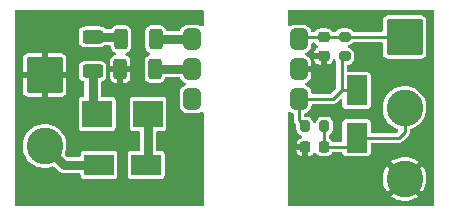
<source format=gtl>
%TF.GenerationSoftware,KiCad,Pcbnew,6.0.2-378541a8eb~116~ubuntu20.04.1*%
%TF.CreationDate,2022-02-17T13:36:36-05:00*%
%TF.ProjectId,TachAdapter,54616368-4164-4617-9074-65722e6b6963,rev?*%
%TF.SameCoordinates,Original*%
%TF.FileFunction,Copper,L1,Top*%
%TF.FilePolarity,Positive*%
%FSLAX46Y46*%
G04 Gerber Fmt 4.6, Leading zero omitted, Abs format (unit mm)*
G04 Created by KiCad (PCBNEW 6.0.2-378541a8eb~116~ubuntu20.04.1) date 2022-02-17 13:36:36*
%MOMM*%
%LPD*%
G01*
G04 APERTURE LIST*
G04 Aperture macros list*
%AMRoundRect*
0 Rectangle with rounded corners*
0 $1 Rounding radius*
0 $2 $3 $4 $5 $6 $7 $8 $9 X,Y pos of 4 corners*
0 Add a 4 corners polygon primitive as box body*
4,1,4,$2,$3,$4,$5,$6,$7,$8,$9,$2,$3,0*
0 Add four circle primitives for the rounded corners*
1,1,$1+$1,$2,$3*
1,1,$1+$1,$4,$5*
1,1,$1+$1,$6,$7*
1,1,$1+$1,$8,$9*
0 Add four rect primitives between the rounded corners*
20,1,$1+$1,$2,$3,$4,$5,0*
20,1,$1+$1,$4,$5,$6,$7,0*
20,1,$1+$1,$6,$7,$8,$9,0*
20,1,$1+$1,$8,$9,$2,$3,0*%
G04 Aperture macros list end*
%TA.AperFunction,ComponentPad*%
%ADD10RoundRect,0.249999X-1.300001X1.300001X-1.300001X-1.300001X1.300001X-1.300001X1.300001X1.300001X0*%
%TD*%
%TA.AperFunction,ComponentPad*%
%ADD11C,3.100000*%
%TD*%
%TA.AperFunction,SMDPad,CuDef*%
%ADD12RoundRect,0.381250X-0.381250X-0.508750X0.381250X-0.508750X0.381250X0.508750X-0.381250X0.508750X0*%
%TD*%
%TA.AperFunction,SMDPad,CuDef*%
%ADD13R,2.500000X2.300000*%
%TD*%
%TA.AperFunction,SMDPad,CuDef*%
%ADD14RoundRect,0.225000X0.225000X0.250000X-0.225000X0.250000X-0.225000X-0.250000X0.225000X-0.250000X0*%
%TD*%
%TA.AperFunction,SMDPad,CuDef*%
%ADD15RoundRect,0.250000X-0.312500X-0.625000X0.312500X-0.625000X0.312500X0.625000X-0.312500X0.625000X0*%
%TD*%
%TA.AperFunction,SMDPad,CuDef*%
%ADD16RoundRect,0.200000X-0.200000X-0.275000X0.200000X-0.275000X0.200000X0.275000X-0.200000X0.275000X0*%
%TD*%
%TA.AperFunction,SMDPad,CuDef*%
%ADD17RoundRect,0.200000X-0.275000X0.200000X-0.275000X-0.200000X0.275000X-0.200000X0.275000X0.200000X0*%
%TD*%
%TA.AperFunction,SMDPad,CuDef*%
%ADD18R,1.800000X2.500000*%
%TD*%
%TA.AperFunction,SMDPad,CuDef*%
%ADD19RoundRect,0.250000X0.625000X-0.312500X0.625000X0.312500X-0.625000X0.312500X-0.625000X-0.312500X0*%
%TD*%
%TA.AperFunction,SMDPad,CuDef*%
%ADD20R,2.500000X1.800000*%
%TD*%
%TA.AperFunction,SMDPad,CuDef*%
%ADD21RoundRect,0.225000X-0.250000X0.225000X-0.250000X-0.225000X0.250000X-0.225000X0.250000X0.225000X0*%
%TD*%
%TA.AperFunction,ViaPad*%
%ADD22C,0.800000*%
%TD*%
%TA.AperFunction,Conductor*%
%ADD23C,0.250000*%
%TD*%
%TA.AperFunction,Conductor*%
%ADD24C,0.750000*%
%TD*%
G04 APERTURE END LIST*
D10*
%TO.P,J2,1,Pin_1*%
%TO.N,VCC*%
X168402000Y-101442000D03*
D11*
%TO.P,J2,2,Pin_2*%
%TO.N,Net-(C2-Pad1)*%
X168402000Y-107442000D03*
%TO.P,J2,3,Pin_3*%
%TO.N,GND*%
X168402000Y-113442000D03*
%TD*%
%TO.P,J1,2,Pin_2*%
%TO.N,Net-(D1-Pad2)*%
X137922000Y-110648000D03*
D10*
%TO.P,J1,1,Pin_1*%
%TO.N,GNDPWR*%
X137922000Y-104648000D03*
%TD*%
D12*
%TO.P,U1,1*%
%TO.N,Net-(R2-Pad2)*%
X150432500Y-101600000D03*
%TO.P,U1,2*%
%TO.N,Net-(R3-Pad2)*%
X150432500Y-104140000D03*
%TO.P,U1,3*%
%TO.N,unconnected-(U1-Pad3)*%
X150432500Y-106680000D03*
%TO.P,U1,4*%
%TO.N,Net-(D3-Pad2)*%
X159447500Y-106680000D03*
%TO.P,U1,5*%
%TO.N,GND*%
X159447500Y-104140000D03*
%TO.P,U1,6*%
%TO.N,VCC*%
X159447500Y-101600000D03*
%TD*%
D13*
%TO.P,D2,1,K*%
%TO.N,Net-(D1-Pad1)*%
X146676000Y-107950000D03*
%TO.P,D2,2,A*%
%TO.N,Net-(D2-Pad2)*%
X142376000Y-107950000D03*
%TD*%
D14*
%TO.P,C2,1*%
%TO.N,Net-(C2-Pad1)*%
X161557000Y-110744000D03*
%TO.P,C2,2*%
%TO.N,GND*%
X160007000Y-110744000D03*
%TD*%
D15*
%TO.P,R2,1*%
%TO.N,Net-(R1-Pad2)*%
X144395000Y-101600000D03*
%TO.P,R2,2*%
%TO.N,Net-(R2-Pad2)*%
X147320000Y-101600000D03*
%TD*%
D16*
%TO.P,R5,2*%
%TO.N,Net-(C2-Pad1)*%
X161607000Y-108966000D03*
%TO.P,R5,1*%
%TO.N,Net-(D3-Pad2)*%
X159957000Y-108966000D03*
%TD*%
D17*
%TO.P,R4,1*%
%TO.N,VCC*%
X163322000Y-101410000D03*
%TO.P,R4,2*%
%TO.N,Net-(D3-Pad2)*%
X163322000Y-103060000D03*
%TD*%
D18*
%TO.P,D3,1,K*%
%TO.N,Net-(C2-Pad1)*%
X164338000Y-109950000D03*
%TO.P,D3,2,A*%
%TO.N,Net-(D3-Pad2)*%
X164338000Y-105950000D03*
%TD*%
D19*
%TO.P,R1,1*%
%TO.N,Net-(D2-Pad2)*%
X141986000Y-104332500D03*
%TO.P,R1,2*%
%TO.N,Net-(R1-Pad2)*%
X141986000Y-101407500D03*
%TD*%
D15*
%TO.P,R3,1*%
%TO.N,GNDPWR*%
X144333500Y-104140000D03*
%TO.P,R3,2*%
%TO.N,Net-(R3-Pad2)*%
X147258500Y-104140000D03*
%TD*%
D20*
%TO.P,D1,1,K*%
%TO.N,Net-(D1-Pad1)*%
X146526000Y-112268000D03*
%TO.P,D1,2,A*%
%TO.N,Net-(D1-Pad2)*%
X142526000Y-112268000D03*
%TD*%
D21*
%TO.P,C1,2*%
%TO.N,GND*%
X161544000Y-103010000D03*
%TO.P,C1,1*%
%TO.N,VCC*%
X161544000Y-101460000D03*
%TD*%
D22*
%TO.N,GNDPWR*%
X145288000Y-105918000D03*
X144272000Y-105918000D03*
X143256000Y-105918000D03*
%TO.N,GND*%
X161544000Y-104394000D03*
X161544000Y-105664000D03*
%TD*%
D23*
%TO.N,VCC*%
X163322000Y-101410000D02*
X168370000Y-101410000D01*
X168370000Y-101410000D02*
X168402000Y-101442000D01*
X161544000Y-101460000D02*
X159587500Y-101460000D01*
X159587500Y-101460000D02*
X159447500Y-101600000D01*
X163322000Y-101410000D02*
X161594000Y-101410000D01*
X161594000Y-101410000D02*
X161544000Y-101460000D01*
D24*
%TO.N,Net-(R1-Pad2)*%
X141986000Y-101407500D02*
X144202500Y-101407500D01*
D23*
X144202500Y-101407500D02*
X144395000Y-101600000D01*
D24*
%TO.N,Net-(D2-Pad2)*%
X141986000Y-104332500D02*
X141986000Y-107560000D01*
D23*
X141986000Y-107560000D02*
X142376000Y-107950000D01*
D24*
%TO.N,Net-(D1-Pad1)*%
X146676000Y-107950000D02*
X146676000Y-112118000D01*
D23*
X146676000Y-112118000D02*
X146526000Y-112268000D01*
D24*
%TO.N,Net-(D1-Pad2)*%
X137922000Y-110648000D02*
X139542000Y-112268000D01*
X139542000Y-112268000D02*
X142526000Y-112268000D01*
D23*
%TO.N,Net-(C2-Pad1)*%
X164338000Y-109950000D02*
X167926000Y-109950000D01*
X167926000Y-109950000D02*
X168402000Y-109474000D01*
X168402000Y-109474000D02*
X168402000Y-107442000D01*
%TO.N,Net-(D3-Pad2)*%
X163068000Y-105918000D02*
X163068000Y-103314000D01*
X163068000Y-103314000D02*
X163322000Y-103060000D01*
X162306000Y-106680000D02*
X163068000Y-105918000D01*
X159447500Y-106680000D02*
X162306000Y-106680000D01*
X163068000Y-105918000D02*
X163100000Y-105950000D01*
X163100000Y-105950000D02*
X164338000Y-105950000D01*
%TO.N,Net-(C2-Pad1)*%
X161557000Y-110744000D02*
X163544000Y-110744000D01*
X163544000Y-110744000D02*
X164338000Y-109950000D01*
X161607000Y-108966000D02*
X161607000Y-110694000D01*
X161607000Y-110694000D02*
X161557000Y-110744000D01*
%TO.N,Net-(D3-Pad2)*%
X159447500Y-106680000D02*
X159447500Y-108456500D01*
X159447500Y-108456500D02*
X159957000Y-108966000D01*
D24*
%TO.N,Net-(R2-Pad2)*%
X150432500Y-101600000D02*
X147320000Y-101600000D01*
%TO.N,Net-(R3-Pad2)*%
X150432500Y-104140000D02*
X147320000Y-104140000D01*
%TD*%
%TA.AperFunction,Conductor*%
%TO.N,GNDPWR*%
G36*
X151326121Y-99130802D02*
G01*
X151372614Y-99184458D01*
X151384000Y-99236800D01*
X151384000Y-100410313D01*
X151363998Y-100478434D01*
X151310342Y-100524927D01*
X151240068Y-100535031D01*
X151192729Y-100518089D01*
X151098350Y-100460931D01*
X151091103Y-100458660D01*
X151091101Y-100458659D01*
X151026804Y-100438510D01*
X150939783Y-100411239D01*
X150868621Y-100404700D01*
X150865723Y-100404700D01*
X150431369Y-100404701D01*
X149996380Y-100404701D01*
X149993521Y-100404964D01*
X149993514Y-100404964D01*
X149967306Y-100407372D01*
X149925217Y-100411239D01*
X149844537Y-100436523D01*
X149773899Y-100458659D01*
X149773897Y-100458660D01*
X149766650Y-100460931D01*
X149624513Y-100547012D01*
X149507012Y-100664513D01*
X149420931Y-100806650D01*
X149414294Y-100827830D01*
X149413181Y-100831381D01*
X149373722Y-100890402D01*
X149308618Y-100918722D01*
X149292947Y-100919700D01*
X148293512Y-100919700D01*
X148225391Y-100899698D01*
X148176360Y-100840083D01*
X148173860Y-100833767D01*
X148120834Y-100699838D01*
X148028848Y-100578652D01*
X147981978Y-100543075D01*
X147914510Y-100491864D01*
X147907662Y-100486666D01*
X147836924Y-100458659D01*
X147773733Y-100433640D01*
X147773731Y-100433639D01*
X147766203Y-100430659D01*
X147675644Y-100419700D01*
X146964356Y-100419700D01*
X146873797Y-100430659D01*
X146866269Y-100433639D01*
X146866267Y-100433640D01*
X146803076Y-100458659D01*
X146732338Y-100486666D01*
X146725490Y-100491864D01*
X146658023Y-100543075D01*
X146611152Y-100578652D01*
X146519166Y-100699838D01*
X146516002Y-100707830D01*
X146474008Y-100813896D01*
X146463159Y-100841297D01*
X146452200Y-100931856D01*
X146452200Y-102268144D01*
X146463159Y-102358703D01*
X146466139Y-102366231D01*
X146466140Y-102366233D01*
X146479449Y-102399847D01*
X146519166Y-102500162D01*
X146611152Y-102621348D01*
X146617992Y-102626540D01*
X146666990Y-102663732D01*
X146732338Y-102713334D01*
X146801391Y-102740674D01*
X146857364Y-102784347D01*
X146880840Y-102851349D01*
X146864366Y-102920408D01*
X146813170Y-102969597D01*
X146801392Y-102974977D01*
X146670838Y-103026666D01*
X146663990Y-103031864D01*
X146596523Y-103083075D01*
X146549652Y-103118652D01*
X146457666Y-103239838D01*
X146454502Y-103247830D01*
X146412508Y-103353896D01*
X146401659Y-103381297D01*
X146390700Y-103471856D01*
X146390700Y-104808144D01*
X146401659Y-104898703D01*
X146404639Y-104906231D01*
X146404640Y-104906233D01*
X146417949Y-104939847D01*
X146457666Y-105040162D01*
X146549652Y-105161348D01*
X146556492Y-105166540D01*
X146599031Y-105198829D01*
X146670838Y-105253334D01*
X146725899Y-105275134D01*
X146804767Y-105306360D01*
X146804769Y-105306361D01*
X146812297Y-105309341D01*
X146902856Y-105320300D01*
X147614144Y-105320300D01*
X147704703Y-105309341D01*
X147712231Y-105306361D01*
X147712233Y-105306360D01*
X147791101Y-105275134D01*
X147846162Y-105253334D01*
X147917969Y-105198829D01*
X147960508Y-105166540D01*
X147967348Y-105161348D01*
X148059334Y-105040162D01*
X148114861Y-104899916D01*
X148158534Y-104843943D01*
X148232012Y-104820300D01*
X149292947Y-104820300D01*
X149361068Y-104840302D01*
X149407561Y-104893958D01*
X149413179Y-104908615D01*
X149420931Y-104933350D01*
X149507012Y-105075487D01*
X149624513Y-105192988D01*
X149766650Y-105279069D01*
X149773897Y-105281340D01*
X149773899Y-105281341D01*
X149800784Y-105289766D01*
X149859806Y-105329224D01*
X149888126Y-105394327D01*
X149876753Y-105464407D01*
X149829297Y-105517213D01*
X149800784Y-105530234D01*
X149773899Y-105538659D01*
X149773897Y-105538660D01*
X149766650Y-105540931D01*
X149624513Y-105627012D01*
X149507012Y-105744513D01*
X149420931Y-105886650D01*
X149371239Y-106045217D01*
X149364700Y-106116379D01*
X149364701Y-107243620D01*
X149371239Y-107314783D01*
X149420931Y-107473350D01*
X149507012Y-107615487D01*
X149624513Y-107732988D01*
X149766650Y-107819069D01*
X149773897Y-107821340D01*
X149773899Y-107821341D01*
X149838196Y-107841490D01*
X149925217Y-107868761D01*
X149996379Y-107875300D01*
X149999277Y-107875300D01*
X150433631Y-107875299D01*
X150868620Y-107875299D01*
X150871479Y-107875036D01*
X150871486Y-107875036D01*
X150897694Y-107872628D01*
X150939783Y-107868761D01*
X151020463Y-107843477D01*
X151091101Y-107821341D01*
X151091103Y-107821340D01*
X151098350Y-107819069D01*
X151192730Y-107761911D01*
X151261358Y-107743732D01*
X151328922Y-107765542D01*
X151373968Y-107820418D01*
X151384000Y-107869687D01*
X151384000Y-115647200D01*
X151363998Y-115715321D01*
X151310342Y-115761814D01*
X151258000Y-115773200D01*
X135558800Y-115773200D01*
X135490679Y-115753198D01*
X135444186Y-115699542D01*
X135432800Y-115647200D01*
X135432800Y-110589575D01*
X136062879Y-110589575D01*
X136073194Y-110852110D01*
X136120398Y-111110573D01*
X136203548Y-111359806D01*
X136205540Y-111363793D01*
X136205541Y-111363795D01*
X136311731Y-111576314D01*
X136320986Y-111594837D01*
X136470369Y-111810976D01*
X136648716Y-112003910D01*
X136652170Y-112006722D01*
X136849011Y-112166976D01*
X136849015Y-112166979D01*
X136852468Y-112169790D01*
X137077560Y-112305307D01*
X137184577Y-112350623D01*
X137315403Y-112406021D01*
X137315406Y-112406022D01*
X137319501Y-112407756D01*
X137323793Y-112408894D01*
X137323796Y-112408895D01*
X137425142Y-112435766D01*
X137573463Y-112475093D01*
X137577887Y-112475617D01*
X137577889Y-112475617D01*
X137729431Y-112493553D01*
X137834380Y-112505974D01*
X138097045Y-112499784D01*
X138101443Y-112499052D01*
X138351827Y-112457377D01*
X138351831Y-112457376D01*
X138356217Y-112456646D01*
X138360458Y-112455305D01*
X138360461Y-112455304D01*
X138516293Y-112406021D01*
X138596513Y-112380651D01*
X138667494Y-112379181D01*
X138723601Y-112411691D01*
X139041193Y-112729283D01*
X139047047Y-112735549D01*
X139078452Y-112771550D01*
X139078455Y-112771553D01*
X139083447Y-112777275D01*
X139089661Y-112781642D01*
X139133543Y-112812483D01*
X139138838Y-112816416D01*
X139186998Y-112854178D01*
X139193919Y-112857303D01*
X139198514Y-112860086D01*
X139207228Y-112865056D01*
X139211942Y-112867584D01*
X139218162Y-112871955D01*
X139225242Y-112874715D01*
X139225245Y-112874717D01*
X139275199Y-112894193D01*
X139281270Y-112896744D01*
X139308104Y-112908860D01*
X139330144Y-112918812D01*
X139330146Y-112918813D01*
X139337068Y-112921938D01*
X139344538Y-112923322D01*
X139349668Y-112924930D01*
X139359307Y-112927676D01*
X139364502Y-112929010D01*
X139371574Y-112931767D01*
X139432268Y-112939758D01*
X139438771Y-112940788D01*
X139498970Y-112951945D01*
X139506550Y-112951508D01*
X139506552Y-112951508D01*
X139558557Y-112948509D01*
X139565811Y-112948300D01*
X140844700Y-112948300D01*
X140912821Y-112968302D01*
X140959314Y-113021958D01*
X140970700Y-113074300D01*
X140970700Y-113213358D01*
X140971996Y-113224252D01*
X140972685Y-113230040D01*
X140973867Y-113239978D01*
X141020036Y-113343919D01*
X141060186Y-113383998D01*
X141092295Y-113416052D01*
X141092297Y-113416053D01*
X141100528Y-113424270D01*
X141204549Y-113470258D01*
X141230642Y-113473300D01*
X143821358Y-113473300D01*
X143832252Y-113472004D01*
X143838593Y-113471250D01*
X143838596Y-113471249D01*
X143847978Y-113470133D01*
X143951919Y-113423964D01*
X143991998Y-113383814D01*
X144024052Y-113351705D01*
X144024053Y-113351703D01*
X144032270Y-113343472D01*
X144078258Y-113239451D01*
X144081300Y-113213358D01*
X144970700Y-113213358D01*
X144971996Y-113224252D01*
X144972685Y-113230040D01*
X144973867Y-113239978D01*
X145020036Y-113343919D01*
X145060186Y-113383998D01*
X145092295Y-113416052D01*
X145092297Y-113416053D01*
X145100528Y-113424270D01*
X145204549Y-113470258D01*
X145230642Y-113473300D01*
X147821358Y-113473300D01*
X147832252Y-113472004D01*
X147838593Y-113471250D01*
X147838596Y-113471249D01*
X147847978Y-113470133D01*
X147951919Y-113423964D01*
X147991998Y-113383814D01*
X148024052Y-113351705D01*
X148024053Y-113351703D01*
X148032270Y-113343472D01*
X148078258Y-113239451D01*
X148081300Y-113213358D01*
X148081300Y-111322642D01*
X148080004Y-111311748D01*
X148079250Y-111305407D01*
X148079249Y-111305404D01*
X148078133Y-111296022D01*
X148031964Y-111192081D01*
X147991814Y-111152002D01*
X147959705Y-111119948D01*
X147959703Y-111119947D01*
X147951472Y-111111730D01*
X147847451Y-111065742D01*
X147821358Y-111062700D01*
X147482300Y-111062700D01*
X147414179Y-111042698D01*
X147367686Y-110989042D01*
X147356300Y-110936700D01*
X147356300Y-109531300D01*
X147376302Y-109463179D01*
X147429958Y-109416686D01*
X147482300Y-109405300D01*
X147971358Y-109405300D01*
X147982252Y-109404004D01*
X147988593Y-109403250D01*
X147988596Y-109403249D01*
X147997978Y-109402133D01*
X148101919Y-109355964D01*
X148141998Y-109315814D01*
X148174052Y-109283705D01*
X148174053Y-109283703D01*
X148182270Y-109275472D01*
X148228258Y-109171451D01*
X148231300Y-109145358D01*
X148231300Y-106754642D01*
X148230004Y-106743748D01*
X148229250Y-106737407D01*
X148229249Y-106737404D01*
X148228133Y-106728022D01*
X148181964Y-106624081D01*
X148141814Y-106584002D01*
X148109705Y-106551948D01*
X148109703Y-106551947D01*
X148101472Y-106543730D01*
X147997451Y-106497742D01*
X147971358Y-106494700D01*
X145380642Y-106494700D01*
X145369748Y-106495996D01*
X145363407Y-106496750D01*
X145363404Y-106496751D01*
X145354022Y-106497867D01*
X145250081Y-106544036D01*
X145210002Y-106584186D01*
X145177948Y-106616295D01*
X145177947Y-106616297D01*
X145169730Y-106624528D01*
X145123742Y-106728549D01*
X145120700Y-106754642D01*
X145120700Y-109145358D01*
X145121996Y-109156252D01*
X145122685Y-109162040D01*
X145123867Y-109171978D01*
X145170036Y-109275919D01*
X145210186Y-109315998D01*
X145242295Y-109348052D01*
X145242297Y-109348053D01*
X145250528Y-109356270D01*
X145354549Y-109402258D01*
X145380642Y-109405300D01*
X145869700Y-109405300D01*
X145937821Y-109425302D01*
X145984314Y-109478958D01*
X145995700Y-109531300D01*
X145995700Y-110936700D01*
X145975698Y-111004821D01*
X145922042Y-111051314D01*
X145869700Y-111062700D01*
X145230642Y-111062700D01*
X145219748Y-111063996D01*
X145213407Y-111064750D01*
X145213404Y-111064751D01*
X145204022Y-111065867D01*
X145134581Y-111096712D01*
X145113238Y-111106192D01*
X145100081Y-111112036D01*
X145060002Y-111152186D01*
X145027948Y-111184295D01*
X145027947Y-111184297D01*
X145019730Y-111192528D01*
X144973742Y-111296549D01*
X144970700Y-111322642D01*
X144970700Y-113213358D01*
X144081300Y-113213358D01*
X144081300Y-111322642D01*
X144080004Y-111311748D01*
X144079250Y-111305407D01*
X144079249Y-111305404D01*
X144078133Y-111296022D01*
X144031964Y-111192081D01*
X143991814Y-111152002D01*
X143959705Y-111119948D01*
X143959703Y-111119947D01*
X143951472Y-111111730D01*
X143847451Y-111065742D01*
X143821358Y-111062700D01*
X141230642Y-111062700D01*
X141219748Y-111063996D01*
X141213407Y-111064750D01*
X141213404Y-111064751D01*
X141204022Y-111065867D01*
X141134581Y-111096712D01*
X141113238Y-111106192D01*
X141100081Y-111112036D01*
X141060002Y-111152186D01*
X141027948Y-111184295D01*
X141027947Y-111184297D01*
X141019730Y-111192528D01*
X140973742Y-111296549D01*
X140970700Y-111322642D01*
X140970700Y-111461700D01*
X140950698Y-111529821D01*
X140897042Y-111576314D01*
X140844700Y-111587700D01*
X139875980Y-111587700D01*
X139807859Y-111567698D01*
X139786885Y-111550795D01*
X139684725Y-111448635D01*
X139650699Y-111386323D01*
X139655764Y-111315508D01*
X139658580Y-111308592D01*
X139670275Y-111282139D01*
X139670278Y-111282131D01*
X139672075Y-111278066D01*
X139743393Y-111025192D01*
X139766641Y-110852110D01*
X139777942Y-110767974D01*
X139777942Y-110767969D01*
X139778369Y-110764793D01*
X139782039Y-110648000D01*
X139763483Y-110385918D01*
X139708184Y-110129066D01*
X139617246Y-109882567D01*
X139492483Y-109651341D01*
X139336385Y-109440001D01*
X139313434Y-109416686D01*
X139174420Y-109275472D01*
X139152066Y-109252764D01*
X138943204Y-109093366D01*
X138713966Y-108964986D01*
X138468926Y-108870188D01*
X138464601Y-108869185D01*
X138464596Y-108869184D01*
X138362192Y-108845448D01*
X138212974Y-108810861D01*
X137951216Y-108788190D01*
X137946781Y-108788434D01*
X137946777Y-108788434D01*
X137839613Y-108794332D01*
X137688875Y-108802628D01*
X137431186Y-108853886D01*
X137266504Y-108911718D01*
X137187497Y-108939463D01*
X137187494Y-108939464D01*
X137183289Y-108940941D01*
X137179336Y-108942994D01*
X137179330Y-108942997D01*
X137137000Y-108964986D01*
X136950132Y-109062056D01*
X136946517Y-109064639D01*
X136946511Y-109064643D01*
X136843446Y-109138295D01*
X136736367Y-109214815D01*
X136733140Y-109217893D01*
X136733138Y-109217895D01*
X136583452Y-109360688D01*
X136546257Y-109396170D01*
X136383598Y-109602503D01*
X136355231Y-109651341D01*
X136253868Y-109825849D01*
X136253865Y-109825855D01*
X136251634Y-109829696D01*
X136152998Y-110073216D01*
X136151927Y-110077529D01*
X136151925Y-110077534D01*
X136090731Y-110323884D01*
X136089658Y-110328205D01*
X136062879Y-110589575D01*
X135432800Y-110589575D01*
X135432800Y-105987315D01*
X136067200Y-105987315D01*
X136067656Y-105994870D01*
X136077176Y-106073544D01*
X136081129Y-106089109D01*
X136130946Y-106214932D01*
X136139296Y-106229751D01*
X136220821Y-106337156D01*
X136232844Y-106349179D01*
X136340249Y-106430704D01*
X136355068Y-106439054D01*
X136480891Y-106488871D01*
X136496456Y-106492824D01*
X136575130Y-106502344D01*
X136582685Y-106502800D01*
X137649885Y-106502800D01*
X137665124Y-106498325D01*
X137666329Y-106496935D01*
X137668000Y-106489252D01*
X137668000Y-106484685D01*
X138176000Y-106484685D01*
X138180475Y-106499924D01*
X138181865Y-106501129D01*
X138189548Y-106502800D01*
X139261315Y-106502800D01*
X139268870Y-106502344D01*
X139347544Y-106492824D01*
X139363109Y-106488871D01*
X139488932Y-106439054D01*
X139503751Y-106430704D01*
X139611156Y-106349179D01*
X139623179Y-106337156D01*
X139704704Y-106229751D01*
X139713054Y-106214932D01*
X139762871Y-106089109D01*
X139766824Y-106073544D01*
X139776344Y-105994870D01*
X139776800Y-105987315D01*
X139776800Y-104920115D01*
X139772325Y-104904876D01*
X139770935Y-104903671D01*
X139763252Y-104902000D01*
X138194115Y-104902000D01*
X138178876Y-104906475D01*
X138177671Y-104907865D01*
X138176000Y-104915548D01*
X138176000Y-106484685D01*
X137668000Y-106484685D01*
X137668000Y-104920115D01*
X137663525Y-104904876D01*
X137662135Y-104903671D01*
X137654452Y-104902000D01*
X136085315Y-104902000D01*
X136070076Y-104906475D01*
X136068871Y-104907865D01*
X136067200Y-104915548D01*
X136067200Y-105987315D01*
X135432800Y-105987315D01*
X135432800Y-104688144D01*
X140805700Y-104688144D01*
X140816659Y-104778703D01*
X140819639Y-104786231D01*
X140819640Y-104786233D01*
X140842489Y-104843943D01*
X140872666Y-104920162D01*
X140964652Y-105041348D01*
X141085838Y-105133334D01*
X141226084Y-105188861D01*
X141282057Y-105232534D01*
X141305700Y-105306012D01*
X141305700Y-106368700D01*
X141285698Y-106436821D01*
X141232042Y-106483314D01*
X141179700Y-106494700D01*
X141080642Y-106494700D01*
X141069748Y-106495996D01*
X141063407Y-106496750D01*
X141063404Y-106496751D01*
X141054022Y-106497867D01*
X140950081Y-106544036D01*
X140910002Y-106584186D01*
X140877948Y-106616295D01*
X140877947Y-106616297D01*
X140869730Y-106624528D01*
X140823742Y-106728549D01*
X140820700Y-106754642D01*
X140820700Y-109145358D01*
X140821996Y-109156252D01*
X140822685Y-109162040D01*
X140823867Y-109171978D01*
X140870036Y-109275919D01*
X140910186Y-109315998D01*
X140942295Y-109348052D01*
X140942297Y-109348053D01*
X140950528Y-109356270D01*
X141054549Y-109402258D01*
X141080642Y-109405300D01*
X143671358Y-109405300D01*
X143682252Y-109404004D01*
X143688593Y-109403250D01*
X143688596Y-109403249D01*
X143697978Y-109402133D01*
X143801919Y-109355964D01*
X143841998Y-109315814D01*
X143874052Y-109283705D01*
X143874053Y-109283703D01*
X143882270Y-109275472D01*
X143928258Y-109171451D01*
X143931300Y-109145358D01*
X143931300Y-106754642D01*
X143930004Y-106743748D01*
X143929250Y-106737407D01*
X143929249Y-106737404D01*
X143928133Y-106728022D01*
X143881964Y-106624081D01*
X143841814Y-106584002D01*
X143809705Y-106551948D01*
X143809703Y-106551947D01*
X143801472Y-106543730D01*
X143697451Y-106497742D01*
X143671358Y-106494700D01*
X142792300Y-106494700D01*
X142724179Y-106474698D01*
X142677686Y-106421042D01*
X142666300Y-106368700D01*
X142666300Y-105306012D01*
X142686302Y-105237891D01*
X142745916Y-105188861D01*
X142886162Y-105133334D01*
X143007348Y-105041348D01*
X143099334Y-104920162D01*
X143129511Y-104843943D01*
X143145201Y-104804315D01*
X143466200Y-104804315D01*
X143466656Y-104811870D01*
X143476176Y-104890544D01*
X143480129Y-104906109D01*
X143529946Y-105031932D01*
X143538296Y-105046751D01*
X143619821Y-105154156D01*
X143631844Y-105166179D01*
X143739249Y-105247704D01*
X143754068Y-105256054D01*
X143879891Y-105305871D01*
X143895456Y-105309824D01*
X143974130Y-105319344D01*
X143981685Y-105319800D01*
X144061385Y-105319800D01*
X144076624Y-105315325D01*
X144077829Y-105313935D01*
X144079500Y-105306252D01*
X144079500Y-105301685D01*
X144587500Y-105301685D01*
X144591975Y-105316924D01*
X144593365Y-105318129D01*
X144601048Y-105319800D01*
X144685315Y-105319800D01*
X144692870Y-105319344D01*
X144771544Y-105309824D01*
X144787109Y-105305871D01*
X144912932Y-105256054D01*
X144927751Y-105247704D01*
X145035156Y-105166179D01*
X145047179Y-105154156D01*
X145128704Y-105046751D01*
X145137054Y-105031932D01*
X145186871Y-104906109D01*
X145190824Y-104890544D01*
X145200344Y-104811870D01*
X145200800Y-104804315D01*
X145200800Y-104412115D01*
X145196325Y-104396876D01*
X145194935Y-104395671D01*
X145187252Y-104394000D01*
X144605615Y-104394000D01*
X144590376Y-104398475D01*
X144589171Y-104399865D01*
X144587500Y-104407548D01*
X144587500Y-105301685D01*
X144079500Y-105301685D01*
X144079500Y-104412115D01*
X144075025Y-104396876D01*
X144073635Y-104395671D01*
X144065952Y-104394000D01*
X143484315Y-104394000D01*
X143469076Y-104398475D01*
X143467871Y-104399865D01*
X143466200Y-104407548D01*
X143466200Y-104804315D01*
X143145201Y-104804315D01*
X143152360Y-104786233D01*
X143152361Y-104786231D01*
X143155341Y-104778703D01*
X143166300Y-104688144D01*
X143166300Y-103976856D01*
X143155341Y-103886297D01*
X143149860Y-103872452D01*
X143102498Y-103752830D01*
X143099334Y-103744838D01*
X143007348Y-103623652D01*
X142886162Y-103531666D01*
X142819359Y-103505217D01*
X142752233Y-103478640D01*
X142752231Y-103478639D01*
X142744703Y-103475659D01*
X142654144Y-103464700D01*
X141317856Y-103464700D01*
X141227297Y-103475659D01*
X141219769Y-103478639D01*
X141219767Y-103478640D01*
X141152641Y-103505217D01*
X141085838Y-103531666D01*
X140964652Y-103623652D01*
X140872666Y-103744838D01*
X140869502Y-103752830D01*
X140822141Y-103872452D01*
X140816659Y-103886297D01*
X140805700Y-103976856D01*
X140805700Y-104688144D01*
X135432800Y-104688144D01*
X135432800Y-104375885D01*
X136067200Y-104375885D01*
X136071675Y-104391124D01*
X136073065Y-104392329D01*
X136080748Y-104394000D01*
X137649885Y-104394000D01*
X137665124Y-104389525D01*
X137666329Y-104388135D01*
X137668000Y-104380452D01*
X137668000Y-104375885D01*
X138176000Y-104375885D01*
X138180475Y-104391124D01*
X138181865Y-104392329D01*
X138189548Y-104394000D01*
X139758685Y-104394000D01*
X139773924Y-104389525D01*
X139775129Y-104388135D01*
X139776800Y-104380452D01*
X139776800Y-103308685D01*
X139776344Y-103301130D01*
X139766824Y-103222456D01*
X139762871Y-103206891D01*
X139713054Y-103081068D01*
X139704704Y-103066249D01*
X139623179Y-102958844D01*
X139611156Y-102946821D01*
X139503751Y-102865296D01*
X139488932Y-102856946D01*
X139363109Y-102807129D01*
X139347544Y-102803176D01*
X139268870Y-102793656D01*
X139261315Y-102793200D01*
X138194115Y-102793200D01*
X138178876Y-102797675D01*
X138177671Y-102799065D01*
X138176000Y-102806748D01*
X138176000Y-104375885D01*
X137668000Y-104375885D01*
X137668000Y-102811315D01*
X137663525Y-102796076D01*
X137662135Y-102794871D01*
X137654452Y-102793200D01*
X136582685Y-102793200D01*
X136575130Y-102793656D01*
X136496456Y-102803176D01*
X136480891Y-102807129D01*
X136355068Y-102856946D01*
X136340249Y-102865296D01*
X136232844Y-102946821D01*
X136220821Y-102958844D01*
X136139296Y-103066249D01*
X136130946Y-103081068D01*
X136081129Y-103206891D01*
X136077176Y-103222456D01*
X136067656Y-103301130D01*
X136067200Y-103308685D01*
X136067200Y-104375885D01*
X135432800Y-104375885D01*
X135432800Y-101763144D01*
X140805700Y-101763144D01*
X140816659Y-101853703D01*
X140872666Y-101995162D01*
X140964652Y-102116348D01*
X141085838Y-102208334D01*
X141099644Y-102213800D01*
X141219767Y-102261360D01*
X141219769Y-102261361D01*
X141227297Y-102264341D01*
X141317856Y-102275300D01*
X142654144Y-102275300D01*
X142744703Y-102264341D01*
X142752231Y-102261361D01*
X142752233Y-102261360D01*
X142872356Y-102213800D01*
X142886162Y-102208334D01*
X143007348Y-102116348D01*
X143008901Y-102118394D01*
X143059655Y-102090679D01*
X143086438Y-102087800D01*
X143401200Y-102087800D01*
X143469321Y-102107802D01*
X143515814Y-102161458D01*
X143527200Y-102213800D01*
X143527200Y-102268144D01*
X143538159Y-102358703D01*
X143541139Y-102366231D01*
X143541140Y-102366233D01*
X143554449Y-102399847D01*
X143594166Y-102500162D01*
X143686152Y-102621348D01*
X143692992Y-102626540D01*
X143741990Y-102663732D01*
X143807338Y-102713334D01*
X143877069Y-102740942D01*
X143933042Y-102784616D01*
X143956519Y-102851619D01*
X143940043Y-102920678D01*
X143888848Y-102969867D01*
X143877069Y-102975246D01*
X143754068Y-103023946D01*
X143739249Y-103032296D01*
X143631844Y-103113821D01*
X143619821Y-103125844D01*
X143538296Y-103233249D01*
X143529946Y-103248068D01*
X143480129Y-103373891D01*
X143476176Y-103389456D01*
X143466656Y-103468130D01*
X143466200Y-103475685D01*
X143466200Y-103867885D01*
X143470675Y-103883124D01*
X143472065Y-103884329D01*
X143479748Y-103886000D01*
X145182685Y-103886000D01*
X145197924Y-103881525D01*
X145199129Y-103880135D01*
X145200800Y-103872452D01*
X145200800Y-103475685D01*
X145200344Y-103468130D01*
X145190824Y-103389456D01*
X145186871Y-103373891D01*
X145137054Y-103248068D01*
X145128704Y-103233249D01*
X145047179Y-103125844D01*
X145035156Y-103113821D01*
X144927751Y-103032296D01*
X144912932Y-103023946D01*
X144851430Y-102999595D01*
X144795456Y-102955920D01*
X144771980Y-102888917D01*
X144788456Y-102819859D01*
X144839652Y-102770670D01*
X144851423Y-102765295D01*
X144982662Y-102713334D01*
X145048010Y-102663732D01*
X145097008Y-102626540D01*
X145103848Y-102621348D01*
X145195834Y-102500162D01*
X145235551Y-102399847D01*
X145248860Y-102366233D01*
X145248861Y-102366231D01*
X145251841Y-102358703D01*
X145262800Y-102268144D01*
X145262800Y-100931856D01*
X145251841Y-100841297D01*
X145240993Y-100813896D01*
X145198998Y-100707830D01*
X145195834Y-100699838D01*
X145103848Y-100578652D01*
X145056978Y-100543075D01*
X144989510Y-100491864D01*
X144982662Y-100486666D01*
X144911924Y-100458659D01*
X144848733Y-100433640D01*
X144848731Y-100433639D01*
X144841203Y-100430659D01*
X144750644Y-100419700D01*
X144039356Y-100419700D01*
X143948797Y-100430659D01*
X143941269Y-100433639D01*
X143941267Y-100433640D01*
X143878076Y-100458659D01*
X143807338Y-100486666D01*
X143800490Y-100491864D01*
X143733023Y-100543075D01*
X143686152Y-100578652D01*
X143611211Y-100677382D01*
X143554096Y-100719547D01*
X143510851Y-100727200D01*
X143086438Y-100727200D01*
X143018317Y-100707198D01*
X143007486Y-100698470D01*
X143007348Y-100698652D01*
X142893010Y-100611864D01*
X142886162Y-100606666D01*
X142815406Y-100578652D01*
X142752233Y-100553640D01*
X142752231Y-100553639D01*
X142744703Y-100550659D01*
X142654144Y-100539700D01*
X141317856Y-100539700D01*
X141227297Y-100550659D01*
X141219769Y-100553639D01*
X141219767Y-100553640D01*
X141156594Y-100578652D01*
X141085838Y-100606666D01*
X141078990Y-100611864D01*
X140992677Y-100677380D01*
X140964652Y-100698652D01*
X140872666Y-100819838D01*
X140869502Y-100827830D01*
X140841048Y-100899698D01*
X140816659Y-100961297D01*
X140805700Y-101051856D01*
X140805700Y-101763144D01*
X135432800Y-101763144D01*
X135432800Y-99236800D01*
X135452802Y-99168679D01*
X135506458Y-99122186D01*
X135558800Y-99110800D01*
X151258000Y-99110800D01*
X151326121Y-99130802D01*
G37*
%TD.AperFunction*%
%TD*%
%TA.AperFunction,Conductor*%
%TO.N,GND*%
G36*
X170833321Y-99130802D02*
G01*
X170879814Y-99184458D01*
X170891200Y-99236800D01*
X170891200Y-115647200D01*
X170871198Y-115715321D01*
X170817542Y-115761814D01*
X170765200Y-115773200D01*
X158622000Y-115773200D01*
X158553879Y-115753198D01*
X158507386Y-115699542D01*
X158496000Y-115647200D01*
X158496000Y-114921988D01*
X167287178Y-114921988D01*
X167294569Y-114932292D01*
X167329293Y-114960561D01*
X167336581Y-114965683D01*
X167553968Y-115096561D01*
X167561892Y-115100598D01*
X167795560Y-115199545D01*
X167803965Y-115202423D01*
X168049255Y-115267459D01*
X168057976Y-115269123D01*
X168309988Y-115298951D01*
X168318853Y-115299369D01*
X168572539Y-115293390D01*
X168581399Y-115292553D01*
X168831699Y-115250892D01*
X168840356Y-115248813D01*
X169082296Y-115172298D01*
X169090557Y-115169027D01*
X169319305Y-115059183D01*
X169327029Y-115054777D01*
X169508910Y-114933248D01*
X169517198Y-114923330D01*
X169509941Y-114909151D01*
X168414812Y-113814022D01*
X168400868Y-113806408D01*
X168399035Y-113806539D01*
X168392420Y-113810790D01*
X167294344Y-114908866D01*
X167287178Y-114921988D01*
X158496000Y-114921988D01*
X158496000Y-113388042D01*
X166543555Y-113388042D01*
X166553517Y-113641606D01*
X166554492Y-113650435D01*
X166600083Y-113900068D01*
X166602292Y-113908671D01*
X166682600Y-114149385D01*
X166686004Y-114157603D01*
X166799427Y-114384600D01*
X166803951Y-114392248D01*
X166911594Y-114547993D01*
X166921915Y-114556347D01*
X166935565Y-114549225D01*
X168029978Y-113454812D01*
X168036356Y-113443132D01*
X168766408Y-113443132D01*
X168766539Y-113444965D01*
X168770790Y-113451580D01*
X169869756Y-114550546D01*
X169883156Y-114557863D01*
X169893060Y-114550876D01*
X169903531Y-114538420D01*
X169908757Y-114531226D01*
X170043038Y-114315914D01*
X170047199Y-114308054D01*
X170149799Y-114075978D01*
X170152815Y-114067601D01*
X170221691Y-113823384D01*
X170223495Y-113814676D01*
X170257442Y-113561942D01*
X170257970Y-113555550D01*
X170261437Y-113445222D01*
X170261310Y-113438779D01*
X170243302Y-113184441D01*
X170242049Y-113175631D01*
X170188639Y-112927552D01*
X170186163Y-112919031D01*
X170098330Y-112680950D01*
X170094675Y-112672855D01*
X169974178Y-112449536D01*
X169969410Y-112442022D01*
X169891715Y-112336832D01*
X169880588Y-112328391D01*
X169867995Y-112335215D01*
X168774022Y-113429188D01*
X168766408Y-113443132D01*
X168036356Y-113443132D01*
X168037592Y-113440868D01*
X168037461Y-113439035D01*
X168033210Y-113432420D01*
X166935701Y-112334911D01*
X166922861Y-112327900D01*
X166912169Y-112335697D01*
X166866772Y-112393283D01*
X166861774Y-112400639D01*
X166734321Y-112620066D01*
X166730413Y-112628040D01*
X166635148Y-112863238D01*
X166632399Y-112871700D01*
X166571226Y-113117966D01*
X166569698Y-113126724D01*
X166543834Y-113379158D01*
X166543555Y-113388042D01*
X158496000Y-113388042D01*
X158496000Y-111962827D01*
X167288183Y-111962827D01*
X167295163Y-111975953D01*
X168389188Y-113069978D01*
X168403132Y-113077592D01*
X168404965Y-113077461D01*
X168411580Y-113073210D01*
X169508846Y-111975944D01*
X169515700Y-111963392D01*
X169507493Y-111952321D01*
X169426470Y-111890486D01*
X169419045Y-111885609D01*
X169197633Y-111761613D01*
X169189606Y-111757836D01*
X168952922Y-111666270D01*
X168944449Y-111663663D01*
X168697234Y-111606362D01*
X168688457Y-111604972D01*
X168435640Y-111583075D01*
X168426769Y-111582935D01*
X168173381Y-111596880D01*
X168164571Y-111597994D01*
X167915690Y-111647499D01*
X167907114Y-111649845D01*
X167667695Y-111733922D01*
X167659529Y-111737456D01*
X167434348Y-111854429D01*
X167426765Y-111859076D01*
X167296587Y-111952103D01*
X167288183Y-111962827D01*
X158496000Y-111962827D01*
X158496000Y-111031371D01*
X159252200Y-111031371D01*
X159252656Y-111038925D01*
X159261683Y-111113522D01*
X159265637Y-111129093D01*
X159312927Y-111248534D01*
X159321289Y-111263373D01*
X159398661Y-111365307D01*
X159410693Y-111377339D01*
X159512627Y-111454711D01*
X159527466Y-111463073D01*
X159646907Y-111510363D01*
X159662478Y-111514317D01*
X159736623Y-111523290D01*
X159750124Y-111519325D01*
X159751329Y-111517935D01*
X159753000Y-111510252D01*
X159753000Y-111016115D01*
X159748525Y-111000876D01*
X159747135Y-110999671D01*
X159739452Y-110998000D01*
X159270315Y-110998000D01*
X159255076Y-111002475D01*
X159253871Y-111003865D01*
X159252200Y-111011548D01*
X159252200Y-111031371D01*
X158496000Y-111031371D01*
X158496000Y-107869687D01*
X158516002Y-107801566D01*
X158569658Y-107755073D01*
X158639932Y-107744969D01*
X158687270Y-107761911D01*
X158781650Y-107819069D01*
X158788897Y-107821340D01*
X158788899Y-107821341D01*
X158928879Y-107865208D01*
X158987901Y-107904666D01*
X159016221Y-107969769D01*
X159017200Y-107985442D01*
X159017200Y-108423482D01*
X159016327Y-108438290D01*
X159012554Y-108470168D01*
X159014246Y-108479432D01*
X159014246Y-108479433D01*
X159022611Y-108525233D01*
X159023261Y-108529139D01*
X159030003Y-108573983D01*
X159031577Y-108584455D01*
X159034562Y-108590671D01*
X159035801Y-108597456D01*
X159051953Y-108628549D01*
X159061600Y-108647119D01*
X159063369Y-108650659D01*
X159087588Y-108701096D01*
X159092271Y-108706162D01*
X159095449Y-108712280D01*
X159099570Y-108717106D01*
X159135072Y-108752608D01*
X159138501Y-108756174D01*
X159175419Y-108796112D01*
X159181552Y-108799675D01*
X159187177Y-108804713D01*
X159214795Y-108832331D01*
X159248821Y-108894643D01*
X159251700Y-108921426D01*
X159251701Y-109169493D01*
X159251701Y-109288828D01*
X159252070Y-109292222D01*
X159252070Y-109292228D01*
X159257559Y-109342764D01*
X159257560Y-109342768D01*
X159258413Y-109350622D01*
X159309220Y-109486152D01*
X159314600Y-109493331D01*
X159314602Y-109493334D01*
X159367881Y-109564423D01*
X159396025Y-109601975D01*
X159403206Y-109607357D01*
X159504666Y-109683398D01*
X159504669Y-109683400D01*
X159511848Y-109688780D01*
X159610734Y-109725850D01*
X159647378Y-109739587D01*
X159646442Y-109742083D01*
X159696896Y-109770900D01*
X159729722Y-109833852D01*
X159723302Y-109904558D01*
X159679675Y-109960568D01*
X159652494Y-109975425D01*
X159527466Y-110024927D01*
X159512627Y-110033289D01*
X159410693Y-110110661D01*
X159398661Y-110122693D01*
X159321289Y-110224627D01*
X159312927Y-110239466D01*
X159265637Y-110358907D01*
X159261683Y-110374478D01*
X159252656Y-110449075D01*
X159252200Y-110456629D01*
X159252200Y-110471885D01*
X159256675Y-110487124D01*
X159258065Y-110488329D01*
X159265748Y-110490000D01*
X160135000Y-110490000D01*
X160203121Y-110510002D01*
X160249614Y-110563658D01*
X160261000Y-110616000D01*
X160261000Y-111505685D01*
X160265475Y-111520924D01*
X160266865Y-111522129D01*
X160273424Y-111523556D01*
X160276925Y-111523344D01*
X160351522Y-111514317D01*
X160367093Y-111510363D01*
X160486534Y-111463073D01*
X160501373Y-111454711D01*
X160603307Y-111377339D01*
X160615339Y-111365307D01*
X160681324Y-111278376D01*
X160738442Y-111236209D01*
X160809290Y-111231617D01*
X160871374Y-111266057D01*
X160882048Y-111278376D01*
X160947673Y-111364832D01*
X160953496Y-111372504D01*
X160960336Y-111377696D01*
X160968824Y-111384139D01*
X161069226Y-111460349D01*
X161204316Y-111513835D01*
X161212353Y-111514808D01*
X161212355Y-111514808D01*
X161244124Y-111518652D01*
X161290797Y-111524300D01*
X161556789Y-111524300D01*
X161823202Y-111524299D01*
X161864311Y-111519325D01*
X161901655Y-111514807D01*
X161901659Y-111514806D01*
X161909684Y-111513835D01*
X161917201Y-111510859D01*
X161917204Y-111510858D01*
X161986100Y-111483580D01*
X162044774Y-111460349D01*
X162145176Y-111384139D01*
X162153664Y-111377696D01*
X162160504Y-111372504D01*
X162166328Y-111364832D01*
X162243154Y-111263618D01*
X162248349Y-111256774D01*
X162251511Y-111248787D01*
X162255729Y-111241302D01*
X162258223Y-111242708D01*
X162293169Y-111197933D01*
X162366633Y-111174300D01*
X163014442Y-111174300D01*
X163082563Y-111194302D01*
X163129056Y-111247958D01*
X163134936Y-111264152D01*
X163135867Y-111271978D01*
X163182036Y-111375919D01*
X163222186Y-111415998D01*
X163254295Y-111448052D01*
X163254297Y-111448053D01*
X163262528Y-111456270D01*
X163366549Y-111502258D01*
X163392642Y-111505300D01*
X165283358Y-111505300D01*
X165294252Y-111504004D01*
X165300593Y-111503250D01*
X165300596Y-111503249D01*
X165309978Y-111502133D01*
X165396928Y-111463511D01*
X165403284Y-111460688D01*
X165413919Y-111455964D01*
X165453998Y-111415814D01*
X165486052Y-111383705D01*
X165486053Y-111383703D01*
X165494270Y-111375472D01*
X165540258Y-111271451D01*
X165543300Y-111245358D01*
X165543300Y-110506300D01*
X165563302Y-110438179D01*
X165616958Y-110391686D01*
X165669300Y-110380300D01*
X167892982Y-110380300D01*
X167907790Y-110381173D01*
X167939668Y-110384946D01*
X167948932Y-110383254D01*
X167948933Y-110383254D01*
X167994733Y-110374889D01*
X167998639Y-110374239D01*
X168044644Y-110367323D01*
X168044645Y-110367323D01*
X168053955Y-110365923D01*
X168060171Y-110362938D01*
X168066956Y-110361699D01*
X168116622Y-110335899D01*
X168120162Y-110334130D01*
X168162104Y-110313990D01*
X168162105Y-110313989D01*
X168170596Y-110309912D01*
X168175662Y-110305229D01*
X168181780Y-110302051D01*
X168186606Y-110297930D01*
X168222108Y-110262428D01*
X168225675Y-110258998D01*
X168229112Y-110255821D01*
X168265612Y-110222081D01*
X168269175Y-110215948D01*
X168274213Y-110210323D01*
X168682919Y-109801617D01*
X168694008Y-109791762D01*
X168711821Y-109777719D01*
X168719218Y-109771888D01*
X168751070Y-109725803D01*
X168753338Y-109722630D01*
X168780982Y-109685203D01*
X168786580Y-109677624D01*
X168788865Y-109671117D01*
X168792786Y-109665444D01*
X168809659Y-109612092D01*
X168810911Y-109608339D01*
X168826333Y-109564423D01*
X168826333Y-109564421D01*
X168829452Y-109555540D01*
X168829723Y-109548648D01*
X168831802Y-109542074D01*
X168832300Y-109535747D01*
X168832300Y-109485549D01*
X168832397Y-109480601D01*
X168834163Y-109435657D01*
X168834533Y-109426248D01*
X168832715Y-109419392D01*
X168832300Y-109411847D01*
X168832300Y-109344187D01*
X168852302Y-109276066D01*
X168905958Y-109229573D01*
X168920307Y-109224052D01*
X169082476Y-109172765D01*
X169082475Y-109172765D01*
X169086726Y-109171421D01*
X169323572Y-109057688D01*
X169327278Y-109055212D01*
X169538323Y-108914197D01*
X169538327Y-108914194D01*
X169542031Y-108911719D01*
X169545348Y-108908748D01*
X169545352Y-108908745D01*
X169734425Y-108739397D01*
X169734426Y-108739396D01*
X169737743Y-108736425D01*
X169906803Y-108535303D01*
X169910648Y-108529139D01*
X169992517Y-108397867D01*
X170045839Y-108312368D01*
X170077802Y-108240070D01*
X170150277Y-108076133D01*
X170152075Y-108072066D01*
X170223393Y-107819192D01*
X170246641Y-107646110D01*
X170257942Y-107561974D01*
X170257942Y-107561969D01*
X170258369Y-107558793D01*
X170260111Y-107503355D01*
X170261938Y-107445222D01*
X170261938Y-107445217D01*
X170262039Y-107442000D01*
X170243483Y-107179918D01*
X170188184Y-106923066D01*
X170097246Y-106676567D01*
X169972483Y-106445341D01*
X169816385Y-106234001D01*
X169795510Y-106212795D01*
X169635197Y-106049945D01*
X169632066Y-106046764D01*
X169423204Y-105887366D01*
X169363632Y-105854004D01*
X169197852Y-105761162D01*
X169197849Y-105761161D01*
X169193966Y-105758986D01*
X168948926Y-105664188D01*
X168944601Y-105663185D01*
X168944596Y-105663184D01*
X168842192Y-105639448D01*
X168692974Y-105604861D01*
X168431216Y-105582190D01*
X168426781Y-105582434D01*
X168426777Y-105582434D01*
X168319613Y-105588332D01*
X168168875Y-105596628D01*
X167911186Y-105647886D01*
X167798171Y-105687574D01*
X167667497Y-105733463D01*
X167667494Y-105733464D01*
X167663289Y-105734941D01*
X167659336Y-105736994D01*
X167659330Y-105736997D01*
X167617000Y-105758986D01*
X167430132Y-105856056D01*
X167426517Y-105858639D01*
X167426511Y-105858643D01*
X167377176Y-105893899D01*
X167216367Y-106008815D01*
X167213140Y-106011893D01*
X167213138Y-106011895D01*
X167095936Y-106123700D01*
X167026257Y-106190170D01*
X166863598Y-106396503D01*
X166835231Y-106445341D01*
X166733868Y-106619849D01*
X166733865Y-106619855D01*
X166731634Y-106623696D01*
X166632998Y-106867216D01*
X166631927Y-106871529D01*
X166631925Y-106871534D01*
X166573959Y-107104889D01*
X166569658Y-107122205D01*
X166569204Y-107126633D01*
X166569204Y-107126635D01*
X166550610Y-107308120D01*
X166542879Y-107383575D01*
X166543054Y-107388027D01*
X166547392Y-107498427D01*
X166553194Y-107646110D01*
X166600398Y-107904573D01*
X166683548Y-108153806D01*
X166685540Y-108157793D01*
X166685541Y-108157795D01*
X166775188Y-108337206D01*
X166800986Y-108388837D01*
X166806455Y-108396750D01*
X166945172Y-108597456D01*
X166950369Y-108604976D01*
X167128716Y-108797910D01*
X167132170Y-108800722D01*
X167329011Y-108960976D01*
X167329015Y-108960979D01*
X167332468Y-108963790D01*
X167557560Y-109099307D01*
X167799501Y-109201756D01*
X167803800Y-109202896D01*
X167806925Y-109203966D01*
X167864891Y-109244958D01*
X167891494Y-109310783D01*
X167878286Y-109380540D01*
X167855199Y-109412265D01*
X167784669Y-109482795D01*
X167722357Y-109516821D01*
X167695574Y-109519700D01*
X165669300Y-109519700D01*
X165601179Y-109499698D01*
X165554686Y-109446042D01*
X165543300Y-109393700D01*
X165543300Y-108654642D01*
X165541531Y-108639772D01*
X165541250Y-108637407D01*
X165541249Y-108637404D01*
X165540133Y-108628022D01*
X165509288Y-108558581D01*
X165498688Y-108534716D01*
X165493964Y-108524081D01*
X165449238Y-108479433D01*
X165421705Y-108451948D01*
X165421703Y-108451947D01*
X165413472Y-108443730D01*
X165309451Y-108397742D01*
X165283358Y-108394700D01*
X163392642Y-108394700D01*
X163381748Y-108395996D01*
X163375407Y-108396750D01*
X163375404Y-108396751D01*
X163366022Y-108397867D01*
X163308355Y-108423482D01*
X163274171Y-108438666D01*
X163262081Y-108444036D01*
X163235995Y-108470168D01*
X163189948Y-108516295D01*
X163189947Y-108516297D01*
X163181730Y-108524528D01*
X163135742Y-108628549D01*
X163132700Y-108654642D01*
X163132700Y-110187700D01*
X163112698Y-110255821D01*
X163059042Y-110302314D01*
X163006700Y-110313700D01*
X162366633Y-110313700D01*
X162298512Y-110293698D01*
X162258545Y-110245111D01*
X162255729Y-110246698D01*
X162251511Y-110239213D01*
X162248349Y-110231226D01*
X162160504Y-110115496D01*
X162087120Y-110059794D01*
X162044953Y-110002676D01*
X162037300Y-109959432D01*
X162037300Y-109762938D01*
X162057302Y-109694817D01*
X162087735Y-109662112D01*
X162160794Y-109607357D01*
X162167975Y-109601975D01*
X162196119Y-109564423D01*
X162249398Y-109493334D01*
X162249400Y-109493331D01*
X162254780Y-109486152D01*
X162280394Y-109417826D01*
X162302815Y-109358017D01*
X162302815Y-109358015D01*
X162305587Y-109350622D01*
X162312300Y-109288829D01*
X162312299Y-108643172D01*
X162310711Y-108628549D01*
X162306441Y-108589236D01*
X162306440Y-108589230D01*
X162305587Y-108581378D01*
X162254780Y-108445848D01*
X162249400Y-108438669D01*
X162249398Y-108438666D01*
X162173357Y-108337206D01*
X162167975Y-108330025D01*
X162149451Y-108316142D01*
X162059334Y-108248602D01*
X162059331Y-108248600D01*
X162052152Y-108243220D01*
X162008948Y-108227024D01*
X161924017Y-108195185D01*
X161924015Y-108195185D01*
X161916622Y-108192413D01*
X161908772Y-108191560D01*
X161908771Y-108191560D01*
X161858226Y-108186069D01*
X161858225Y-108186069D01*
X161854829Y-108185700D01*
X161607073Y-108185700D01*
X161359172Y-108185701D01*
X161355778Y-108186070D01*
X161355772Y-108186070D01*
X161305236Y-108191559D01*
X161305232Y-108191560D01*
X161297378Y-108192413D01*
X161161848Y-108243220D01*
X161154669Y-108248600D01*
X161154666Y-108248602D01*
X161064549Y-108316142D01*
X161046025Y-108330025D01*
X161040643Y-108337206D01*
X160964602Y-108438666D01*
X160964600Y-108438669D01*
X160959220Y-108445848D01*
X160908413Y-108581378D01*
X160907560Y-108589230D01*
X160907263Y-108591963D01*
X160906438Y-108593950D01*
X160905732Y-108596917D01*
X160905252Y-108596803D01*
X160880023Y-108657526D01*
X160821660Y-108697953D01*
X160750706Y-108700410D01*
X160689688Y-108664116D01*
X160657978Y-108600595D01*
X160656737Y-108591966D01*
X160656596Y-108590671D01*
X160655587Y-108581378D01*
X160604780Y-108445848D01*
X160599400Y-108438669D01*
X160599398Y-108438666D01*
X160523357Y-108337206D01*
X160517975Y-108330025D01*
X160499451Y-108316142D01*
X160409334Y-108248602D01*
X160409331Y-108248600D01*
X160402152Y-108243220D01*
X160358948Y-108227024D01*
X160274017Y-108195185D01*
X160274015Y-108195185D01*
X160266622Y-108192413D01*
X160258772Y-108191560D01*
X160258771Y-108191560D01*
X160208226Y-108186069D01*
X160208225Y-108186069D01*
X160204829Y-108185700D01*
X160196197Y-108185700D01*
X160003800Y-108185701D01*
X159935680Y-108165699D01*
X159889187Y-108112044D01*
X159877800Y-108059701D01*
X159877800Y-107985442D01*
X159897802Y-107917321D01*
X159951458Y-107870828D01*
X159966121Y-107865208D01*
X160106101Y-107821341D01*
X160106103Y-107821340D01*
X160113350Y-107819069D01*
X160255487Y-107732988D01*
X160372988Y-107615487D01*
X160459069Y-107473350D01*
X160462948Y-107460974D01*
X160492935Y-107365284D01*
X160508761Y-107314783D01*
X160515300Y-107243621D01*
X160515300Y-107236300D01*
X160535302Y-107168179D01*
X160588958Y-107121686D01*
X160641300Y-107110300D01*
X162272982Y-107110300D01*
X162287790Y-107111173D01*
X162319668Y-107114946D01*
X162328932Y-107113254D01*
X162328933Y-107113254D01*
X162374733Y-107104889D01*
X162378639Y-107104239D01*
X162424644Y-107097323D01*
X162424645Y-107097323D01*
X162433955Y-107095923D01*
X162440171Y-107092938D01*
X162446956Y-107091699D01*
X162496622Y-107065899D01*
X162500162Y-107064130D01*
X162542104Y-107043990D01*
X162542105Y-107043989D01*
X162550596Y-107039912D01*
X162555662Y-107035229D01*
X162561780Y-107032051D01*
X162566606Y-107027930D01*
X162602108Y-106992428D01*
X162605675Y-106988998D01*
X162645612Y-106952081D01*
X162649175Y-106945948D01*
X162654213Y-106940323D01*
X162917605Y-106676931D01*
X162979917Y-106642905D01*
X163050732Y-106647970D01*
X163107568Y-106690517D01*
X163132379Y-106757037D01*
X163132700Y-106766026D01*
X163132700Y-107245358D01*
X163133996Y-107256252D01*
X163134685Y-107262040D01*
X163135867Y-107271978D01*
X163182036Y-107375919D01*
X163222186Y-107415998D01*
X163254295Y-107448052D01*
X163254297Y-107448053D01*
X163262528Y-107456270D01*
X163366549Y-107502258D01*
X163392642Y-107505300D01*
X165283358Y-107505300D01*
X165294252Y-107504004D01*
X165300593Y-107503250D01*
X165300596Y-107503249D01*
X165309978Y-107502133D01*
X165379419Y-107471288D01*
X165403284Y-107460688D01*
X165413919Y-107455964D01*
X165481737Y-107388027D01*
X165486052Y-107383705D01*
X165486053Y-107383703D01*
X165494270Y-107375472D01*
X165540258Y-107271451D01*
X165543300Y-107245358D01*
X165543300Y-104654642D01*
X165540133Y-104628022D01*
X165493964Y-104524081D01*
X165453814Y-104484002D01*
X165421705Y-104451948D01*
X165421703Y-104451947D01*
X165413472Y-104443730D01*
X165309451Y-104397742D01*
X165283358Y-104394700D01*
X163624300Y-104394700D01*
X163556179Y-104374698D01*
X163509686Y-104321042D01*
X163498300Y-104268700D01*
X163498300Y-103891299D01*
X163518302Y-103823178D01*
X163571958Y-103776685D01*
X163624300Y-103765299D01*
X163644828Y-103765299D01*
X163648222Y-103764930D01*
X163648228Y-103764930D01*
X163698764Y-103759441D01*
X163698768Y-103759440D01*
X163706622Y-103758587D01*
X163842152Y-103707780D01*
X163849331Y-103702400D01*
X163849334Y-103702398D01*
X163950794Y-103626357D01*
X163957975Y-103620975D01*
X163993524Y-103573543D01*
X164039398Y-103512334D01*
X164039400Y-103512331D01*
X164044780Y-103505152D01*
X164095587Y-103369622D01*
X164097228Y-103354522D01*
X164101931Y-103311226D01*
X164101931Y-103311225D01*
X164102300Y-103307829D01*
X164102299Y-102812172D01*
X164100991Y-102800129D01*
X164096441Y-102758236D01*
X164096440Y-102758232D01*
X164095587Y-102750378D01*
X164044780Y-102614848D01*
X164039400Y-102607669D01*
X164039398Y-102607666D01*
X163963357Y-102506206D01*
X163957975Y-102499025D01*
X163950794Y-102493643D01*
X163849334Y-102417602D01*
X163849331Y-102417600D01*
X163842152Y-102412220D01*
X163791815Y-102393350D01*
X163714017Y-102364185D01*
X163714015Y-102364185D01*
X163706622Y-102361413D01*
X163698284Y-102360507D01*
X163696037Y-102360263D01*
X163694050Y-102359438D01*
X163691083Y-102358732D01*
X163691197Y-102358252D01*
X163630474Y-102333023D01*
X163590047Y-102274660D01*
X163587590Y-102203706D01*
X163623884Y-102142688D01*
X163687405Y-102110978D01*
X163696032Y-102109737D01*
X163706622Y-102108587D01*
X163842152Y-102057780D01*
X163849331Y-102052400D01*
X163849334Y-102052398D01*
X163950794Y-101976357D01*
X163957975Y-101970975D01*
X164018112Y-101890735D01*
X164074972Y-101848220D01*
X164118938Y-101840300D01*
X166420701Y-101840300D01*
X166488822Y-101860302D01*
X166535315Y-101913958D01*
X166546701Y-101966300D01*
X166546701Y-102785144D01*
X166547156Y-102788902D01*
X166547156Y-102788907D01*
X166555104Y-102854587D01*
X166557659Y-102875704D01*
X166560637Y-102883225D01*
X166560637Y-102883226D01*
X166577045Y-102924667D01*
X166613666Y-103017162D01*
X166618859Y-103024004D01*
X166618861Y-103024007D01*
X166700460Y-103131508D01*
X166705652Y-103138348D01*
X166712492Y-103143540D01*
X166819993Y-103225139D01*
X166819996Y-103225141D01*
X166826838Y-103230334D01*
X166968296Y-103286341D01*
X166976334Y-103287314D01*
X166976335Y-103287314D01*
X166999757Y-103290148D01*
X167058855Y-103297300D01*
X168401114Y-103297300D01*
X169745144Y-103297299D01*
X169748902Y-103296844D01*
X169748907Y-103296844D01*
X169827674Y-103287313D01*
X169827677Y-103287312D01*
X169835704Y-103286341D01*
X169977162Y-103230334D01*
X169984004Y-103225141D01*
X169984007Y-103225139D01*
X170091508Y-103143540D01*
X170098348Y-103138348D01*
X170103540Y-103131508D01*
X170185139Y-103024007D01*
X170185141Y-103024004D01*
X170190334Y-103017162D01*
X170246341Y-102875704D01*
X170248897Y-102854587D01*
X170254441Y-102808772D01*
X170257300Y-102785145D01*
X170257299Y-100098856D01*
X170256844Y-100095093D01*
X170247313Y-100016326D01*
X170247312Y-100016323D01*
X170246341Y-100008296D01*
X170190334Y-99866838D01*
X170185141Y-99859996D01*
X170185139Y-99859993D01*
X170103540Y-99752492D01*
X170098348Y-99745652D01*
X170091508Y-99740460D01*
X169984007Y-99658861D01*
X169984004Y-99658859D01*
X169977162Y-99653666D01*
X169835704Y-99597659D01*
X169827666Y-99596686D01*
X169827665Y-99596686D01*
X169804243Y-99593852D01*
X169745145Y-99586700D01*
X168402886Y-99586700D01*
X167058856Y-99586701D01*
X167055098Y-99587156D01*
X167055093Y-99587156D01*
X166976326Y-99596687D01*
X166976323Y-99596688D01*
X166968296Y-99597659D01*
X166826838Y-99653666D01*
X166819996Y-99658859D01*
X166819993Y-99658861D01*
X166712492Y-99740460D01*
X166705652Y-99745652D01*
X166700460Y-99752492D01*
X166618861Y-99859993D01*
X166618859Y-99859996D01*
X166613666Y-99866838D01*
X166557659Y-100008296D01*
X166546700Y-100098855D01*
X166546700Y-100853700D01*
X166526698Y-100921821D01*
X166473042Y-100968314D01*
X166420700Y-100979700D01*
X164118938Y-100979700D01*
X164050817Y-100959698D01*
X164018112Y-100929265D01*
X163963357Y-100856206D01*
X163957975Y-100849025D01*
X163950794Y-100843643D01*
X163849334Y-100767602D01*
X163849331Y-100767600D01*
X163842152Y-100762220D01*
X163714038Y-100714193D01*
X163714017Y-100714185D01*
X163714015Y-100714185D01*
X163706622Y-100711413D01*
X163698772Y-100710560D01*
X163698771Y-100710560D01*
X163648226Y-100705069D01*
X163648225Y-100705069D01*
X163644829Y-100704700D01*
X163322048Y-100704700D01*
X162999172Y-100704701D01*
X162995778Y-100705070D01*
X162995772Y-100705070D01*
X162945236Y-100710559D01*
X162945232Y-100710560D01*
X162937378Y-100711413D01*
X162801848Y-100762220D01*
X162794669Y-100767600D01*
X162794666Y-100767602D01*
X162693206Y-100843643D01*
X162686025Y-100849025D01*
X162680643Y-100856206D01*
X162625888Y-100929265D01*
X162569028Y-100971780D01*
X162525062Y-100979700D01*
X162328568Y-100979700D01*
X162260447Y-100959698D01*
X162228206Y-100929880D01*
X162177696Y-100863336D01*
X162172504Y-100856496D01*
X162162662Y-100849025D01*
X162063618Y-100773846D01*
X162056774Y-100768651D01*
X161921684Y-100715165D01*
X161913647Y-100714192D01*
X161913645Y-100714192D01*
X161881876Y-100710348D01*
X161835203Y-100704700D01*
X161544231Y-100704700D01*
X161252798Y-100704701D01*
X161214456Y-100709340D01*
X161174345Y-100714193D01*
X161174341Y-100714194D01*
X161166316Y-100715165D01*
X161158799Y-100718141D01*
X161158796Y-100718142D01*
X161089900Y-100745420D01*
X161031226Y-100768651D01*
X161024382Y-100773846D01*
X160925339Y-100849025D01*
X160915496Y-100856496D01*
X160910304Y-100863336D01*
X160832846Y-100965381D01*
X160832844Y-100965385D01*
X160827651Y-100972226D01*
X160826666Y-100971478D01*
X160781880Y-101015084D01*
X160722976Y-101029700D01*
X160621525Y-101029700D01*
X160553404Y-101009698D01*
X160506911Y-100956042D01*
X160501291Y-100941380D01*
X160461340Y-100813897D01*
X160459069Y-100806650D01*
X160372988Y-100664513D01*
X160255487Y-100547012D01*
X160113350Y-100460931D01*
X160106103Y-100458660D01*
X160106101Y-100458659D01*
X160041804Y-100438510D01*
X159954783Y-100411239D01*
X159883621Y-100404700D01*
X159880723Y-100404700D01*
X159446369Y-100404701D01*
X159011380Y-100404701D01*
X159008521Y-100404964D01*
X159008514Y-100404964D01*
X158982306Y-100407372D01*
X158940217Y-100411239D01*
X158859537Y-100436523D01*
X158788899Y-100458659D01*
X158788897Y-100458660D01*
X158781650Y-100460931D01*
X158687271Y-100518089D01*
X158618642Y-100536268D01*
X158551078Y-100514458D01*
X158506032Y-100459582D01*
X158496000Y-100410313D01*
X158496000Y-99236800D01*
X158516002Y-99168679D01*
X158569658Y-99122186D01*
X158622000Y-99110800D01*
X170765200Y-99110800D01*
X170833321Y-99130802D01*
G37*
%TD.AperFunction*%
%TA.AperFunction,Conductor*%
G36*
X160791097Y-101910302D02*
G01*
X160826954Y-101948303D01*
X160827651Y-101947774D01*
X160832844Y-101954615D01*
X160832846Y-101954619D01*
X160907066Y-102052398D01*
X160915496Y-102063504D01*
X160922336Y-102068696D01*
X161009624Y-102134952D01*
X161051791Y-102192070D01*
X161056383Y-102262918D01*
X161021943Y-102325002D01*
X161009624Y-102335676D01*
X160922693Y-102401661D01*
X160910661Y-102413693D01*
X160833289Y-102515627D01*
X160824927Y-102530466D01*
X160777637Y-102649907D01*
X160773683Y-102665478D01*
X160764710Y-102739623D01*
X160768675Y-102753124D01*
X160770065Y-102754329D01*
X160777748Y-102756000D01*
X161672000Y-102756000D01*
X161740121Y-102776002D01*
X161786614Y-102829658D01*
X161798000Y-102882000D01*
X161798000Y-103746685D01*
X161802475Y-103761924D01*
X161803865Y-103763129D01*
X161811548Y-103764800D01*
X161831371Y-103764800D01*
X161838925Y-103764344D01*
X161913522Y-103755317D01*
X161929093Y-103751363D01*
X162048534Y-103704073D01*
X162063373Y-103695711D01*
X162165307Y-103618339D01*
X162177339Y-103606307D01*
X162254711Y-103504373D01*
X162263073Y-103489534D01*
X162312575Y-103364506D01*
X162356249Y-103308532D01*
X162423252Y-103285055D01*
X162492311Y-103301531D01*
X162541499Y-103352726D01*
X162547869Y-103369826D01*
X162548413Y-103369622D01*
X162599220Y-103505152D01*
X162604601Y-103512332D01*
X162604604Y-103512337D01*
X162612526Y-103522907D01*
X162637374Y-103589413D01*
X162637700Y-103598472D01*
X162637700Y-105687574D01*
X162617698Y-105755695D01*
X162600795Y-105776669D01*
X162164669Y-106212795D01*
X162102357Y-106246821D01*
X162075574Y-106249700D01*
X160641299Y-106249700D01*
X160573178Y-106229698D01*
X160526685Y-106176042D01*
X160515299Y-106123700D01*
X160515299Y-106116380D01*
X160508761Y-106045217D01*
X160459069Y-105886650D01*
X160372988Y-105744513D01*
X160255487Y-105627012D01*
X160113350Y-105540931D01*
X160078380Y-105529972D01*
X160019360Y-105490516D01*
X159991040Y-105425413D01*
X160002412Y-105355333D01*
X160049868Y-105302527D01*
X160078380Y-105289505D01*
X160105897Y-105280881D01*
X160119640Y-105274676D01*
X160248676Y-105196529D01*
X160260553Y-105187216D01*
X160367216Y-105080553D01*
X160376529Y-105068676D01*
X160454676Y-104939640D01*
X160460883Y-104925894D01*
X160506266Y-104781075D01*
X160508879Y-104768028D01*
X160514534Y-104706482D01*
X160514800Y-104700693D01*
X160514800Y-104412115D01*
X160510325Y-104396876D01*
X160508935Y-104395671D01*
X160501252Y-104394000D01*
X159319500Y-104394000D01*
X159251379Y-104373998D01*
X159204886Y-104320342D01*
X159193500Y-104268000D01*
X159193500Y-104012000D01*
X159213502Y-103943879D01*
X159267158Y-103897386D01*
X159319500Y-103886000D01*
X160496684Y-103886000D01*
X160511923Y-103881525D01*
X160513128Y-103880135D01*
X160514799Y-103872452D01*
X160514799Y-103579293D01*
X160514536Y-103573543D01*
X160508878Y-103511963D01*
X160506268Y-103498930D01*
X160460883Y-103354106D01*
X160454676Y-103340360D01*
X160415955Y-103276424D01*
X160764444Y-103276424D01*
X160764656Y-103279925D01*
X160773683Y-103354522D01*
X160777637Y-103370093D01*
X160824927Y-103489534D01*
X160833289Y-103504373D01*
X160910661Y-103606307D01*
X160922693Y-103618339D01*
X161024627Y-103695711D01*
X161039466Y-103704073D01*
X161158907Y-103751363D01*
X161174478Y-103755317D01*
X161249075Y-103764344D01*
X161256629Y-103764800D01*
X161271885Y-103764800D01*
X161287124Y-103760325D01*
X161288329Y-103758935D01*
X161290000Y-103751252D01*
X161290000Y-103282115D01*
X161285525Y-103266876D01*
X161284135Y-103265671D01*
X161276452Y-103264000D01*
X160782315Y-103264000D01*
X160767076Y-103268475D01*
X160765871Y-103269865D01*
X160764444Y-103276424D01*
X160415955Y-103276424D01*
X160376529Y-103211324D01*
X160367216Y-103199447D01*
X160260553Y-103092784D01*
X160248676Y-103083471D01*
X160119640Y-103005324D01*
X160105897Y-102999119D01*
X160078380Y-102990495D01*
X160019359Y-102951036D01*
X159991039Y-102885932D01*
X160002414Y-102815853D01*
X160049870Y-102763047D01*
X160078376Y-102750029D01*
X160113350Y-102739069D01*
X160255487Y-102652988D01*
X160372988Y-102535487D01*
X160459069Y-102393350D01*
X160469078Y-102361413D01*
X160506760Y-102241167D01*
X160508761Y-102234783D01*
X160515300Y-102163621D01*
X160515300Y-102016300D01*
X160535302Y-101948179D01*
X160588958Y-101901686D01*
X160641300Y-101890300D01*
X160722976Y-101890300D01*
X160791097Y-101910302D01*
G37*
%TD.AperFunction*%
%TD*%
M02*

</source>
